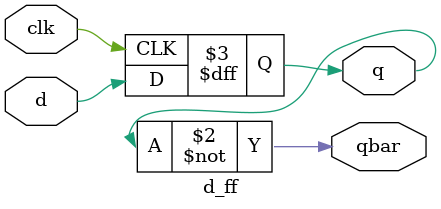
<source format=v>

module d_ff(input clk,d,output reg q,output qbar);
always@(posedge clk)begin
q<=d;
end
assign qbar=~q;
endmodule
</source>
